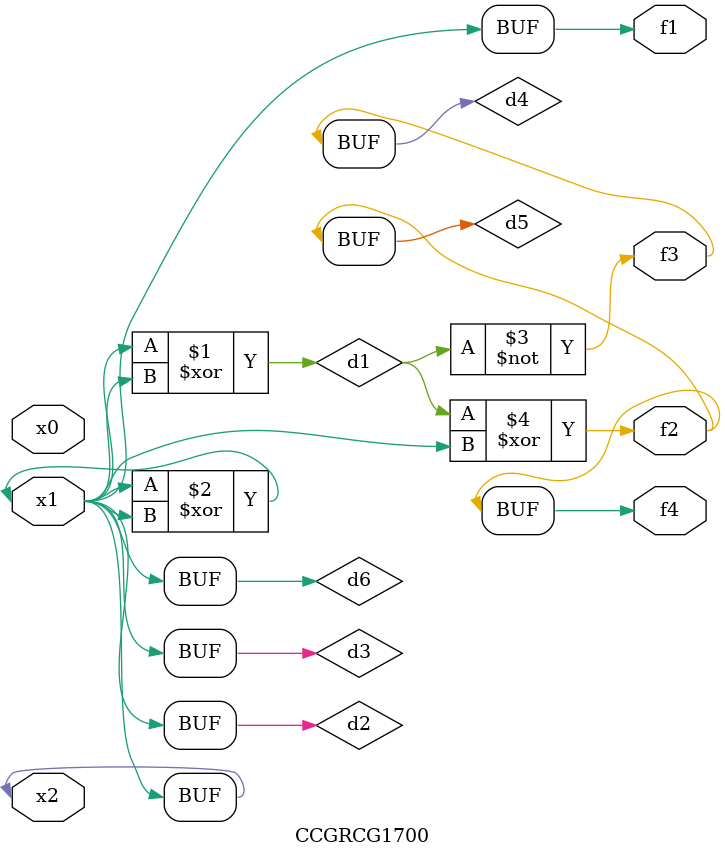
<source format=v>
module CCGRCG1700(
	input x0, x1, x2,
	output f1, f2, f3, f4
);

	wire d1, d2, d3, d4, d5, d6;

	xor (d1, x1, x2);
	buf (d2, x1, x2);
	xor (d3, x1, x2);
	nor (d4, d1);
	xor (d5, d1, d2);
	buf (d6, d2, d3);
	assign f1 = d6;
	assign f2 = d5;
	assign f3 = d4;
	assign f4 = d5;
endmodule

</source>
